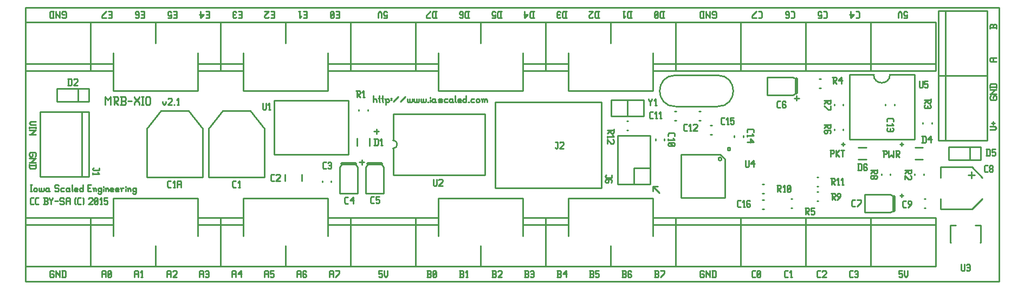
<source format=gbr>
G04 start of page 7 for group -4079 idx -4079 *
G04 Title: (unknown), topsilk *
G04 Creator: pcb 20140316 *
G04 CreationDate: Fri 09 Jan 2015 09:25:45 PM GMT UTC *
G04 For: ndholmes *
G04 Format: Gerber/RS-274X *
G04 PCB-Dimensions (mil): 6000.00 1700.00 *
G04 PCB-Coordinate-Origin: lower left *
%MOIN*%
%FSLAX25Y25*%
%LNTOPSILK*%
%ADD97C,0.0200*%
%ADD96C,0.0100*%
G54D96*X500Y169500D02*Y500D01*
X216500Y94500D02*Y91500D01*
X215000Y93000D02*X218000D01*
X207500Y75500D02*Y72500D01*
X206000Y74000D02*X209000D01*
X599500Y500D02*X500D01*
Y169500D02*X599500D01*
Y500D02*Y169500D01*
X475000Y115000D02*Y112000D01*
X473500Y113500D02*X476500D01*
X432500Y83000D02*Y81500D01*
X434000D01*
Y83000D01*
X432500D01*
X386500Y59000D02*X390500Y55000D01*
X386500Y59000D02*X389500D01*
X386500D02*Y56000D01*
X218000Y7000D02*X220000D01*
X218000D02*Y5000D01*
X218500Y5500D01*
X219500D01*
X220000Y5000D01*
Y3500D01*
X219500Y3000D02*X220000Y3500D01*
X218500Y3000D02*X219500D01*
X218000Y3500D02*X218500Y3000D01*
X221200Y7000D02*Y4000D01*
X222200Y3000D01*
X223200Y4000D01*
Y7000D02*Y4000D01*
X247500Y3000D02*X249500D01*
X250000Y3500D01*
Y4500D02*Y3500D01*
X249500Y5000D02*X250000Y4500D01*
X248000Y5000D02*X249500D01*
X248000Y7000D02*Y3000D01*
X247500Y7000D02*X249500D01*
X250000Y6500D01*
Y5500D01*
X249500Y5000D02*X250000Y5500D01*
X251200Y3500D02*X251700Y3000D01*
X251200Y6500D02*Y3500D01*
Y6500D02*X251700Y7000D01*
X252700D01*
X253200Y6500D01*
Y3500D01*
X252700Y3000D02*X253200Y3500D01*
X251700Y3000D02*X252700D01*
X251200Y4000D02*X253200Y6000D01*
X267500Y3000D02*X269500D01*
X270000Y3500D01*
Y4500D02*Y3500D01*
X269500Y5000D02*X270000Y4500D01*
X268000Y5000D02*X269500D01*
X268000Y7000D02*Y3000D01*
X267500Y7000D02*X269500D01*
X270000Y6500D01*
Y5500D01*
X269500Y5000D02*X270000Y5500D01*
X271700Y3000D02*X272700D01*
X272200Y7000D02*Y3000D01*
X271200Y6000D02*X272200Y7000D01*
X287500Y3000D02*X289500D01*
X290000Y3500D01*
Y4500D02*Y3500D01*
X289500Y5000D02*X290000Y4500D01*
X288000Y5000D02*X289500D01*
X288000Y7000D02*Y3000D01*
X287500Y7000D02*X289500D01*
X290000Y6500D01*
Y5500D01*
X289500Y5000D02*X290000Y5500D01*
X291200Y6500D02*X291700Y7000D01*
X293200D01*
X293700Y6500D01*
Y5500D01*
X291200Y3000D02*X293700Y5500D01*
X291200Y3000D02*X293700D01*
X307500D02*X309500D01*
X310000Y3500D01*
Y4500D02*Y3500D01*
X309500Y5000D02*X310000Y4500D01*
X308000Y5000D02*X309500D01*
X308000Y7000D02*Y3000D01*
X307500Y7000D02*X309500D01*
X310000Y6500D01*
Y5500D01*
X309500Y5000D02*X310000Y5500D01*
X311200Y6500D02*X311700Y7000D01*
X312700D01*
X313200Y6500D01*
Y3500D01*
X312700Y3000D02*X313200Y3500D01*
X311700Y3000D02*X312700D01*
X311200Y3500D02*X311700Y3000D01*
Y5000D02*X313200D01*
X367500Y3000D02*X369500D01*
X370000Y3500D01*
Y4500D02*Y3500D01*
X369500Y5000D02*X370000Y4500D01*
X368000Y5000D02*X369500D01*
X368000Y7000D02*Y3000D01*
X367500Y7000D02*X369500D01*
X370000Y6500D01*
Y5500D01*
X369500Y5000D02*X370000Y5500D01*
X372700Y7000D02*X373200Y6500D01*
X371700Y7000D02*X372700D01*
X371200Y6500D02*X371700Y7000D01*
X371200Y6500D02*Y3500D01*
X371700Y3000D01*
X372700Y5000D02*X373200Y4500D01*
X371200Y5000D02*X372700D01*
X371700Y3000D02*X372700D01*
X373200Y3500D01*
Y4500D02*Y3500D01*
X387500Y3000D02*X389500D01*
X390000Y3500D01*
Y4500D02*Y3500D01*
X389500Y5000D02*X390000Y4500D01*
X388000Y5000D02*X389500D01*
X388000Y7000D02*Y3000D01*
X387500Y7000D02*X389500D01*
X390000Y6500D01*
Y5500D01*
X389500Y5000D02*X390000Y5500D01*
X391200Y3000D02*X393700Y5500D01*
Y7000D02*Y5500D01*
X391200Y7000D02*X393700D01*
X327500Y3000D02*X329500D01*
X330000Y3500D01*
Y4500D02*Y3500D01*
X329500Y5000D02*X330000Y4500D01*
X328000Y5000D02*X329500D01*
X328000Y7000D02*Y3000D01*
X327500Y7000D02*X329500D01*
X330000Y6500D01*
Y5500D01*
X329500Y5000D02*X330000Y5500D01*
X331200Y5000D02*X333200Y7000D01*
X331200Y5000D02*X333700D01*
X333200Y7000D02*Y3000D01*
X347500D02*X349500D01*
X350000Y3500D01*
Y4500D02*Y3500D01*
X349500Y5000D02*X350000Y4500D01*
X348000Y5000D02*X349500D01*
X348000Y7000D02*Y3000D01*
X347500Y7000D02*X349500D01*
X350000Y6500D01*
Y5500D01*
X349500Y5000D02*X350000Y5500D01*
X351200Y7000D02*X353200D01*
X351200D02*Y5000D01*
X351700Y5500D01*
X352700D01*
X353200Y5000D01*
Y3500D01*
X352700Y3000D02*X353200Y3500D01*
X351700Y3000D02*X352700D01*
X351200Y3500D02*X351700Y3000D01*
X417500Y7000D02*X418000Y6500D01*
X416000Y7000D02*X417500D01*
X415500Y6500D02*X416000Y7000D01*
X415500Y6500D02*Y3500D01*
X416000Y3000D01*
X417500D01*
X418000Y3500D01*
Y4500D02*Y3500D01*
X417500Y5000D02*X418000Y4500D01*
X416500Y5000D02*X417500D01*
X419200Y7000D02*Y3000D01*
Y7000D02*Y6500D01*
X421700Y4000D01*
Y7000D02*Y3000D01*
X423400Y7000D02*Y3000D01*
X424900Y7000D02*X425400Y6500D01*
Y3500D01*
X424900Y3000D02*X425400Y3500D01*
X422900Y3000D02*X424900D01*
X422900Y7000D02*X424900D01*
X107500Y6500D02*Y3000D01*
Y6500D02*X108000Y7000D01*
X109500D01*
X110000Y6500D01*
Y3000D01*
X107500Y5000D02*X110000D01*
X111200Y6500D02*X111700Y7000D01*
X112700D01*
X113200Y6500D01*
Y3500D01*
X112700Y3000D02*X113200Y3500D01*
X111700Y3000D02*X112700D01*
X111200Y3500D02*X111700Y3000D01*
Y5000D02*X113200D01*
X167500Y6500D02*Y3000D01*
Y6500D02*X168000Y7000D01*
X169500D01*
X170000Y6500D01*
Y3000D01*
X167500Y5000D02*X170000D01*
X172700Y7000D02*X173200Y6500D01*
X171700Y7000D02*X172700D01*
X171200Y6500D02*X171700Y7000D01*
X171200Y6500D02*Y3500D01*
X171700Y3000D01*
X172700Y5000D02*X173200Y4500D01*
X171200Y5000D02*X172700D01*
X171700Y3000D02*X172700D01*
X173200Y3500D01*
Y4500D02*Y3500D01*
X187500Y6500D02*Y3000D01*
Y6500D02*X188000Y7000D01*
X189500D01*
X190000Y6500D01*
Y3000D01*
X187500Y5000D02*X190000D01*
X191200Y3000D02*X193700Y5500D01*
Y7000D02*Y5500D01*
X191200Y7000D02*X193700D01*
X127500Y6500D02*Y3000D01*
Y6500D02*X128000Y7000D01*
X129500D01*
X130000Y6500D01*
Y3000D01*
X127500Y5000D02*X130000D01*
X131200D02*X133200Y7000D01*
X131200Y5000D02*X133700D01*
X133200Y7000D02*Y3000D01*
X147500Y6500D02*Y3000D01*
Y6500D02*X148000Y7000D01*
X149500D01*
X150000Y6500D01*
Y3000D01*
X147500Y5000D02*X150000D01*
X151200Y7000D02*X153200D01*
X151200D02*Y5000D01*
X151700Y5500D01*
X152700D01*
X153200Y5000D01*
Y3500D01*
X152700Y3000D02*X153200Y3500D01*
X151700Y3000D02*X152700D01*
X151200Y3500D02*X151700Y3000D01*
X87500Y6500D02*Y3000D01*
Y6500D02*X88000Y7000D01*
X89500D01*
X90000Y6500D01*
Y3000D01*
X87500Y5000D02*X90000D01*
X91200Y6500D02*X91700Y7000D01*
X93200D01*
X93700Y6500D01*
Y5500D01*
X91200Y3000D02*X93700Y5500D01*
X91200Y3000D02*X93700D01*
X47500Y6500D02*Y3000D01*
Y6500D02*X48000Y7000D01*
X49500D01*
X50000Y6500D01*
Y3000D01*
X47500Y5000D02*X50000D01*
X51200Y3500D02*X51700Y3000D01*
X51200Y6500D02*Y3500D01*
Y6500D02*X51700Y7000D01*
X52700D01*
X53200Y6500D01*
Y3500D01*
X52700Y3000D02*X53200Y3500D01*
X51700Y3000D02*X52700D01*
X51200Y4000D02*X53200Y6000D01*
X67500Y6500D02*Y3000D01*
Y6500D02*X68000Y7000D01*
X69500D01*
X70000Y6500D01*
Y3000D01*
X67500Y5000D02*X70000D01*
X71700Y3000D02*X72700D01*
X72200Y7000D02*Y3000D01*
X71200Y6000D02*X72200Y7000D01*
X17500D02*X18000Y6500D01*
X16000Y7000D02*X17500D01*
X15500Y6500D02*X16000Y7000D01*
X15500Y6500D02*Y3500D01*
X16000Y3000D01*
X17500D01*
X18000Y3500D01*
Y4500D02*Y3500D01*
X17500Y5000D02*X18000Y4500D01*
X16500Y5000D02*X17500D01*
X19200Y7000D02*Y3000D01*
Y7000D02*Y6500D01*
X21700Y4000D01*
Y7000D02*Y3000D01*
X23400Y7000D02*Y3000D01*
X24900Y7000D02*X25400Y6500D01*
Y3500D01*
X24900Y3000D02*X25400Y3500D01*
X22900Y3000D02*X24900D01*
X22900Y7000D02*X24900D01*
X49500Y114280D02*Y109400D01*
Y114280D02*X51330Y112450D01*
X53160Y114280D01*
Y109400D01*
X54624Y114280D02*X57064D01*
X57674Y113670D01*
Y112450D01*
X57064Y111840D02*X57674Y112450D01*
X55234Y111840D02*X57064D01*
X55234Y114280D02*Y109400D01*
Y111840D02*X57674Y109400D01*
X59138D02*X61578D01*
X62188Y110010D01*
Y111230D02*Y110010D01*
X61578Y111840D02*X62188Y111230D01*
X59748Y111840D02*X61578D01*
X59748Y114280D02*Y109400D01*
X59138Y114280D02*X61578D01*
X62188Y113670D01*
Y112450D01*
X61578Y111840D02*X62188Y112450D01*
X63652Y111840D02*X66092D01*
X67556Y114280D02*Y113670D01*
X70606Y110620D01*
Y109400D01*
X67556Y110620D02*Y109400D01*
Y110620D02*X70606Y113670D01*
Y114280D02*Y113670D01*
X72070Y114280D02*X73290D01*
X72680D02*Y109400D01*
X72070D02*X73290D01*
X74754Y113670D02*Y110010D01*
Y113670D02*X75364Y114280D01*
X76584D01*
X77194Y113670D01*
Y110010D01*
X76584Y109400D02*X77194Y110010D01*
X75364Y109400D02*X76584D01*
X74754Y110010D02*X75364Y109400D01*
X85000Y111500D02*Y110500D01*
X86000Y109500D01*
X87000Y110500D01*
Y111500D02*Y110500D01*
X88200Y113000D02*X88700Y113500D01*
X90200D01*
X90700Y113000D01*
Y112000D01*
X88200Y109500D02*X90700Y112000D01*
X88200Y109500D02*X90700D01*
X91900D02*X92400D01*
X94100D02*X95100D01*
X94600Y113500D02*Y109500D01*
X93600Y112500D02*X94600Y113500D01*
X214500Y115000D02*Y111000D01*
Y112500D02*X215000Y113000D01*
X216000D01*
X216500Y112500D01*
Y111000D01*
X218200Y115000D02*Y111500D01*
X218700Y111000D01*
X217700Y113500D02*X218700D01*
X220200Y115000D02*Y111500D01*
X220700Y111000D01*
X219700Y113500D02*X220700D01*
X222200Y112500D02*Y109500D01*
X221700Y113000D02*X222200Y112500D01*
X222700Y113000D01*
X223700D01*
X224200Y112500D01*
Y111500D01*
X223700Y111000D02*X224200Y111500D01*
X222700Y111000D02*X223700D01*
X222200Y111500D02*X222700Y111000D01*
X225400Y113500D02*X225900D01*
X225400Y112500D02*X225900D01*
X227100Y111500D02*X230100Y114500D01*
X231300Y111500D02*X234300Y114500D01*
X235500Y113000D02*Y111500D01*
X236000Y111000D01*
X236500D01*
X237000Y111500D01*
Y113000D02*Y111500D01*
X237500Y111000D01*
X238000D01*
X238500Y111500D01*
Y113000D02*Y111500D01*
X239700Y113000D02*Y111500D01*
X240200Y111000D01*
X240700D01*
X241200Y111500D01*
Y113000D02*Y111500D01*
X241700Y111000D01*
X242200D01*
X242700Y111500D01*
Y113000D02*Y111500D01*
X243900Y113000D02*Y111500D01*
X244400Y111000D01*
X244900D01*
X245400Y111500D01*
Y113000D02*Y111500D01*
X245900Y111000D01*
X246400D01*
X246900Y111500D01*
Y113000D02*Y111500D01*
X248100Y111000D02*X248600D01*
X249800Y114000D02*Y113500D01*
Y112500D02*Y111000D01*
X252300Y113000D02*X252800Y112500D01*
X251300Y113000D02*X252300D01*
X250800Y112500D02*X251300Y113000D01*
X250800Y112500D02*Y111500D01*
X251300Y111000D01*
X252800Y113000D02*Y111500D01*
X253300Y111000D01*
X251300D02*X252300D01*
X252800Y111500D01*
X255000Y111000D02*X256500D01*
X257000Y111500D01*
X256500Y112000D02*X257000Y111500D01*
X255000Y112000D02*X256500D01*
X254500Y112500D02*X255000Y112000D01*
X254500Y112500D02*X255000Y113000D01*
X256500D01*
X257000Y112500D01*
X254500Y111500D02*X255000Y111000D01*
X258700Y113000D02*X260200D01*
X258200Y112500D02*X258700Y113000D01*
X258200Y112500D02*Y111500D01*
X258700Y111000D01*
X260200D01*
X262900Y113000D02*X263400Y112500D01*
X261900Y113000D02*X262900D01*
X261400Y112500D02*X261900Y113000D01*
X261400Y112500D02*Y111500D01*
X261900Y111000D01*
X263400Y113000D02*Y111500D01*
X263900Y111000D01*
X261900D02*X262900D01*
X263400Y111500D01*
X265100Y115000D02*Y111500D01*
X265600Y111000D01*
X267100D02*X268600D01*
X266600Y111500D02*X267100Y111000D01*
X266600Y112500D02*Y111500D01*
Y112500D02*X267100Y113000D01*
X268100D01*
X268600Y112500D01*
X266600Y112000D02*X268600D01*
Y112500D02*Y112000D01*
X271800Y115000D02*Y111000D01*
X271300D02*X271800Y111500D01*
X270300Y111000D02*X271300D01*
X269800Y111500D02*X270300Y111000D01*
X269800Y112500D02*Y111500D01*
Y112500D02*X270300Y113000D01*
X271300D01*
X271800Y112500D01*
X273000Y111000D02*X273500D01*
X275200Y113000D02*X276700D01*
X274700Y112500D02*X275200Y113000D01*
X274700Y112500D02*Y111500D01*
X275200Y111000D01*
X276700D01*
X277900Y112500D02*Y111500D01*
Y112500D02*X278400Y113000D01*
X279400D01*
X279900Y112500D01*
Y111500D01*
X279400Y111000D02*X279900Y111500D01*
X278400Y111000D02*X279400D01*
X277900Y111500D02*X278400Y111000D01*
X281600Y112500D02*Y111000D01*
Y112500D02*X282100Y113000D01*
X282600D01*
X283100Y112500D01*
Y111000D01*
Y112500D02*X283600Y113000D01*
X284100D01*
X284600Y112500D01*
Y111000D01*
X281100Y113000D02*X281600Y112500D01*
X7000Y78000D02*X6500Y77500D01*
X7000Y79500D02*Y78000D01*
X6500Y80000D02*X7000Y79500D01*
X3500Y80000D02*X6500D01*
X3500D02*X3000Y79500D01*
Y78000D01*
X3500Y77500D01*
X4500D01*
X5000Y78000D02*X4500Y77500D01*
X5000Y79000D02*Y78000D01*
X3000Y76300D02*X7000D01*
X6500D02*X7000D01*
X6500D02*X4000Y73800D01*
X3000D02*X7000D01*
X3000Y72100D02*X7000D01*
Y70600D02*X6500Y70100D01*
X3500D02*X6500D01*
X3000Y70600D02*X3500Y70100D01*
X3000Y72600D02*Y70600D01*
X7000Y72600D02*Y70600D01*
X3500Y60000D02*X4500D01*
X4000D02*Y56000D01*
X3500D02*X4500D01*
X5700Y57500D02*Y56500D01*
Y57500D02*X6200Y58000D01*
X7200D01*
X7700Y57500D01*
Y56500D01*
X7200Y56000D02*X7700Y56500D01*
X6200Y56000D02*X7200D01*
X5700Y56500D02*X6200Y56000D01*
X8900Y58000D02*Y56500D01*
X9400Y56000D01*
X9900D01*
X10400Y56500D01*
Y58000D02*Y56500D01*
X10900Y56000D01*
X11400D01*
X11900Y56500D01*
Y58000D02*Y56500D01*
X14600Y58000D02*X15100Y57500D01*
X13600Y58000D02*X14600D01*
X13100Y57500D02*X13600Y58000D01*
X13100Y57500D02*Y56500D01*
X13600Y56000D01*
X15100Y58000D02*Y56500D01*
X15600Y56000D01*
X13600D02*X14600D01*
X15100Y56500D01*
X20600Y60000D02*X21100Y59500D01*
X19100Y60000D02*X20600D01*
X18600Y59500D02*X19100Y60000D01*
X18600Y59500D02*Y58500D01*
X19100Y58000D01*
X20600D01*
X21100Y57500D01*
Y56500D01*
X20600Y56000D02*X21100Y56500D01*
X19100Y56000D02*X20600D01*
X18600Y56500D02*X19100Y56000D01*
X22800Y58000D02*X24300D01*
X22300Y57500D02*X22800Y58000D01*
X22300Y57500D02*Y56500D01*
X22800Y56000D01*
X24300D01*
X27000Y58000D02*X27500Y57500D01*
X26000Y58000D02*X27000D01*
X25500Y57500D02*X26000Y58000D01*
X25500Y57500D02*Y56500D01*
X26000Y56000D01*
X27500Y58000D02*Y56500D01*
X28000Y56000D01*
X26000D02*X27000D01*
X27500Y56500D01*
X29200Y60000D02*Y56500D01*
X29700Y56000D01*
X31200D02*X32700D01*
X30700Y56500D02*X31200Y56000D01*
X30700Y57500D02*Y56500D01*
Y57500D02*X31200Y58000D01*
X32200D01*
X32700Y57500D01*
X30700Y57000D02*X32700D01*
Y57500D02*Y57000D01*
X35900Y60000D02*Y56000D01*
X35400D02*X35900Y56500D01*
X34400Y56000D02*X35400D01*
X33900Y56500D02*X34400Y56000D01*
X33900Y57500D02*Y56500D01*
Y57500D02*X34400Y58000D01*
X35400D01*
X35900Y57500D01*
X38900Y58000D02*X40400D01*
X38900Y56000D02*X40900D01*
X38900Y60000D02*Y56000D01*
Y60000D02*X40900D01*
X42600Y57500D02*Y56000D01*
Y57500D02*X43100Y58000D01*
X43600D01*
X44100Y57500D01*
Y56000D01*
X42100Y58000D02*X42600Y57500D01*
X46800Y58000D02*X47300Y57500D01*
X45800Y58000D02*X46800D01*
X45300Y57500D02*X45800Y58000D01*
X45300Y57500D02*Y56500D01*
X45800Y56000D01*
X46800D01*
X47300Y56500D01*
X45300Y55000D02*X45800Y54500D01*
X46800D01*
X47300Y55000D01*
Y58000D02*Y55000D01*
X48500Y59000D02*Y58500D01*
Y57500D02*Y56000D01*
X50000Y57500D02*Y56000D01*
Y57500D02*X50500Y58000D01*
X51000D01*
X51500Y57500D01*
Y56000D01*
X49500Y58000D02*X50000Y57500D01*
X53200Y56000D02*X54700D01*
X52700Y56500D02*X53200Y56000D01*
X52700Y57500D02*Y56500D01*
Y57500D02*X53200Y58000D01*
X54200D01*
X54700Y57500D01*
X52700Y57000D02*X54700D01*
Y57500D02*Y57000D01*
X56400Y56000D02*X57900D01*
X55900Y56500D02*X56400Y56000D01*
X55900Y57500D02*Y56500D01*
Y57500D02*X56400Y58000D01*
X57400D01*
X57900Y57500D01*
X55900Y57000D02*X57900D01*
Y57500D02*Y57000D01*
X59600Y57500D02*Y56000D01*
Y57500D02*X60100Y58000D01*
X61100D01*
X59100D02*X59600Y57500D01*
X62300Y59000D02*Y58500D01*
Y57500D02*Y56000D01*
X63800Y57500D02*Y56000D01*
Y57500D02*X64300Y58000D01*
X64800D01*
X65300Y57500D01*
Y56000D01*
X63300Y58000D02*X63800Y57500D01*
X68000Y58000D02*X68500Y57500D01*
X67000Y58000D02*X68000D01*
X66500Y57500D02*X67000Y58000D01*
X66500Y57500D02*Y56500D01*
X67000Y56000D01*
X68000D01*
X68500Y56500D01*
X66500Y55000D02*X67000Y54500D01*
X68000D01*
X68500Y55000D01*
Y58000D02*Y55000D01*
X4000Y48000D02*X5500D01*
X3500Y48500D02*X4000Y48000D01*
X3500Y51500D02*Y48500D01*
Y51500D02*X4000Y52000D01*
X5500D01*
X7200Y48000D02*X8700D01*
X6700Y48500D02*X7200Y48000D01*
X6700Y51500D02*Y48500D01*
Y51500D02*X7200Y52000D01*
X8700D01*
X11700Y48000D02*X13700D01*
X14200Y48500D01*
Y49500D02*Y48500D01*
X13700Y50000D02*X14200Y49500D01*
X12200Y50000D02*X13700D01*
X12200Y52000D02*Y48000D01*
X11700Y52000D02*X13700D01*
X14200Y51500D01*
Y50500D01*
X13700Y50000D02*X14200Y50500D01*
X15400Y52000D02*Y51500D01*
X16400Y50500D01*
X17400Y51500D01*
Y52000D02*Y51500D01*
X16400Y50500D02*Y48000D01*
X18600Y50000D02*X20600D01*
X23800Y52000D02*X24300Y51500D01*
X22300Y52000D02*X23800D01*
X21800Y51500D02*X22300Y52000D01*
X21800Y51500D02*Y50500D01*
X22300Y50000D01*
X23800D01*
X24300Y49500D01*
Y48500D01*
X23800Y48000D02*X24300Y48500D01*
X22300Y48000D02*X23800D01*
X21800Y48500D02*X22300Y48000D01*
X25500Y51500D02*Y48000D01*
Y51500D02*X26000Y52000D01*
X27500D01*
X28000Y51500D01*
Y48000D01*
X25500Y50000D02*X28000D01*
X31000Y48500D02*X31500Y48000D01*
X31000Y51500D02*X31500Y52000D01*
X31000Y51500D02*Y48500D01*
X33200Y48000D02*X34700D01*
X32700Y48500D02*X33200Y48000D01*
X32700Y51500D02*Y48500D01*
Y51500D02*X33200Y52000D01*
X34700D01*
X35900D02*X36400Y51500D01*
Y48500D01*
X35900Y48000D02*X36400Y48500D01*
X39400Y51500D02*X39900Y52000D01*
X41400D01*
X41900Y51500D01*
Y50500D01*
X39400Y48000D02*X41900Y50500D01*
X39400Y48000D02*X41900D01*
X43100Y48500D02*X43600Y48000D01*
X43100Y51500D02*Y48500D01*
Y51500D02*X43600Y52000D01*
X44600D01*
X45100Y51500D01*
Y48500D01*
X44600Y48000D02*X45100Y48500D01*
X43600Y48000D02*X44600D01*
X43100Y49000D02*X45100Y51000D01*
X46800Y48000D02*X47800D01*
X47300Y52000D02*Y48000D01*
X46300Y51000D02*X47300Y52000D01*
X49000D02*X51000D01*
X49000D02*Y50000D01*
X49500Y50500D01*
X50500D01*
X51000Y50000D01*
Y48500D01*
X50500Y48000D02*X51000Y48500D01*
X49500Y48000D02*X50500D01*
X49000Y48500D02*X49500Y48000D01*
X4000Y99000D02*X7000D01*
X4000D02*X3000Y98000D01*
X4000Y97000D01*
X7000D01*
Y95800D02*Y94800D01*
X3000Y95300D02*X7000D01*
X3000Y95800D02*Y94800D01*
Y93600D02*X7000D01*
X6500D02*X7000D01*
X6500D02*X4000Y91100D01*
X3000D02*X7000D01*
X333000Y167000D02*Y163000D01*
X331500D02*X331000Y163500D01*
Y166500D02*Y163500D01*
X331500Y167000D02*X331000Y166500D01*
X331500Y167000D02*X333500D01*
X331500Y163000D02*X333500D01*
X329800Y163500D02*X329300Y163000D01*
X328300D02*X329300D01*
X328300D02*X327800Y163500D01*
Y166500D02*Y163500D01*
X328300Y167000D02*X327800Y166500D01*
X328300Y167000D02*X329300D01*
X329800Y166500D02*X329300Y167000D01*
X327800Y165000D02*X329300D01*
X273000Y167000D02*Y163000D01*
X271500D02*X271000Y163500D01*
Y166500D02*Y163500D01*
X271500Y167000D02*X271000Y166500D01*
X271500Y167000D02*X273500D01*
X271500Y163000D02*X273500D01*
X268300D02*X267800Y163500D01*
X268300Y163000D02*X269300D01*
X269800Y163500D02*X269300Y163000D01*
X269800Y166500D02*Y163500D01*
Y166500D02*X269300Y167000D01*
X268300Y165000D02*X267800Y165500D01*
X268300Y165000D02*X269800D01*
X268300Y167000D02*X269300D01*
X268300D02*X267800Y166500D01*
Y165500D01*
X253000Y167000D02*Y163000D01*
X251500D02*X251000Y163500D01*
Y166500D02*Y163500D01*
X251500Y167000D02*X251000Y166500D01*
X251500Y167000D02*X253500D01*
X251500Y163000D02*X253500D01*
X249800Y167000D02*X247300Y164500D01*
Y163000D01*
X249800D01*
X313000Y167000D02*Y163000D01*
X311500D02*X311000Y163500D01*
Y166500D02*Y163500D01*
X311500Y167000D02*X311000Y166500D01*
X311500Y167000D02*X313500D01*
X311500Y163000D02*X313500D01*
X309800Y165000D02*X307800Y163000D01*
X307300Y165000D02*X309800D01*
X307800Y167000D02*Y163000D01*
X293000Y167000D02*Y163000D01*
X291500D02*X291000Y163500D01*
Y166500D02*Y163500D01*
X291500Y167000D02*X291000Y166500D01*
X291500Y167000D02*X293500D01*
X291500Y163000D02*X293500D01*
X287800D02*X289800D01*
Y165000D02*Y163000D01*
Y165000D02*X289300Y164500D01*
X288300D02*X289300D01*
X288300D02*X287800Y165000D01*
Y166500D02*Y165000D01*
X288300Y167000D02*X287800Y166500D01*
X288300Y167000D02*X289300D01*
X289800Y166500D02*X289300Y167000D01*
X152000Y165000D02*X153500D01*
X151500Y167000D02*X153500D01*
Y163000D01*
X151500D02*X153500D01*
X150300Y163500D02*X149800Y163000D01*
X148300D02*X149800D01*
X148300D02*X147800Y163500D01*
Y164500D02*Y163500D01*
X150300Y167000D02*X147800Y164500D01*
Y167000D02*X150300D01*
X192000Y165000D02*X193500D01*
X191500Y167000D02*X193500D01*
Y163000D01*
X191500D02*X193500D01*
X190300Y166500D02*X189800Y167000D01*
X190300Y166500D02*Y163500D01*
X189800Y163000D01*
X188800D02*X189800D01*
X188800D02*X188300Y163500D01*
Y166500D02*Y163500D01*
X188800Y167000D02*X188300Y166500D01*
X188800Y167000D02*X189800D01*
X190300Y166000D02*X188300Y164000D01*
X172000Y165000D02*X173500D01*
X171500Y167000D02*X173500D01*
Y163000D01*
X171500D02*X173500D01*
X168800Y167000D02*X169800D01*
X169300D02*Y163000D01*
X170300Y164000D02*X169300Y163000D01*
X132000Y165000D02*X133500D01*
X131500Y167000D02*X133500D01*
Y163000D01*
X131500D02*X133500D01*
X130300Y163500D02*X129800Y163000D01*
X128800D02*X129800D01*
X128800D02*X128300Y163500D01*
Y166500D02*Y163500D01*
X128800Y167000D02*X128300Y166500D01*
X128800Y167000D02*X129800D01*
X130300Y166500D02*X129800Y167000D01*
X128300Y165000D02*X129800D01*
X72000D02*X73500D01*
X71500Y167000D02*X73500D01*
Y163000D01*
X71500D02*X73500D01*
X68800D02*X68300Y163500D01*
X68800Y163000D02*X69800D01*
X70300Y163500D02*X69800Y163000D01*
X70300Y166500D02*Y163500D01*
Y166500D02*X69800Y167000D01*
X68800Y165000D02*X68300Y165500D01*
X68800Y165000D02*X70300D01*
X68800Y167000D02*X69800D01*
X68800D02*X68300Y166500D01*
Y165500D01*
X52000Y165000D02*X53500D01*
X51500Y167000D02*X53500D01*
Y163000D01*
X51500D02*X53500D01*
X50300Y167000D02*X47800Y164500D01*
Y163000D01*
X50300D01*
X112000Y165000D02*X113500D01*
X111500Y167000D02*X113500D01*
Y163000D01*
X111500D02*X113500D01*
X110300Y165000D02*X108300Y163000D01*
X107800Y165000D02*X110300D01*
X108300Y167000D02*Y163000D01*
X92000Y165000D02*X93500D01*
X91500Y167000D02*X93500D01*
Y163000D01*
X91500D02*X93500D01*
X88300D02*X90300D01*
Y165000D02*Y163000D01*
Y165000D02*X89800Y164500D01*
X88800D02*X89800D01*
X88800D02*X88300Y165000D01*
Y166500D02*Y165000D01*
X88800Y167000D02*X88300Y166500D01*
X88800Y167000D02*X89800D01*
X90300Y166500D02*X89800Y167000D01*
X23500Y163000D02*X23000Y163500D01*
X23500Y163000D02*X25000D01*
X25500Y163500D02*X25000Y163000D01*
X25500Y166500D02*Y163500D01*
Y166500D02*X25000Y167000D01*
X23500D02*X25000D01*
X23500D02*X23000Y166500D01*
Y165500D01*
X23500Y165000D02*X23000Y165500D01*
X23500Y165000D02*X24500D01*
X21800Y167000D02*Y163000D01*
Y163500D02*Y163000D01*
Y163500D02*X19300Y166000D01*
Y167000D02*Y163000D01*
X17600Y167000D02*Y163000D01*
X16100D02*X15600Y163500D01*
Y166500D02*Y163500D01*
X16100Y167000D02*X15600Y166500D01*
X16100Y167000D02*X18100D01*
X16100Y163000D02*X18100D01*
X221000D02*X223000D01*
Y165000D02*Y163000D01*
Y165000D02*X222500Y164500D01*
X221500D02*X222500D01*
X221500D02*X221000Y165000D01*
Y166500D02*Y165000D01*
X221500Y167000D02*X221000Y166500D01*
X221500Y167000D02*X222500D01*
X223000Y166500D02*X222500Y167000D01*
X219800Y166000D02*Y163000D01*
Y166000D02*X218800Y167000D01*
X217800Y166000D01*
Y163000D01*
X353000Y167000D02*Y163000D01*
X351500D02*X351000Y163500D01*
Y166500D02*Y163500D01*
X351500Y167000D02*X351000Y166500D01*
X351500Y167000D02*X353500D01*
X351500Y163000D02*X353500D01*
X349800Y163500D02*X349300Y163000D01*
X347800D02*X349300D01*
X347800D02*X347300Y163500D01*
Y164500D02*Y163500D01*
X349800Y167000D02*X347300Y164500D01*
Y167000D02*X349800D01*
X393000D02*Y163000D01*
X391500D02*X391000Y163500D01*
Y166500D02*Y163500D01*
X391500Y167000D02*X391000Y166500D01*
X391500Y167000D02*X393500D01*
X391500Y163000D02*X393500D01*
X389800Y166500D02*X389300Y167000D01*
X389800Y166500D02*Y163500D01*
X389300Y163000D01*
X388300D02*X389300D01*
X388300D02*X387800Y163500D01*
Y166500D02*Y163500D01*
X388300Y167000D02*X387800Y166500D01*
X388300Y167000D02*X389300D01*
X389800Y166000D02*X387800Y164000D01*
X373000Y167000D02*Y163000D01*
X371500D02*X371000Y163500D01*
Y166500D02*Y163500D01*
X371500Y167000D02*X371000Y166500D01*
X371500Y167000D02*X373500D01*
X371500Y163000D02*X373500D01*
X368300Y167000D02*X369300D01*
X368800D02*Y163000D01*
X369800Y164000D02*X368800Y163000D01*
X423500D02*X423000Y163500D01*
X423500Y163000D02*X425000D01*
X425500Y163500D02*X425000Y163000D01*
X425500Y166500D02*Y163500D01*
Y166500D02*X425000Y167000D01*
X423500D02*X425000D01*
X423500D02*X423000Y166500D01*
Y165500D01*
X423500Y165000D02*X423000Y165500D01*
X423500Y165000D02*X424500D01*
X421800Y167000D02*Y163000D01*
Y163500D02*Y163000D01*
Y163500D02*X419300Y166000D01*
Y167000D02*Y163000D01*
X417600Y167000D02*Y163000D01*
X416100D02*X415600Y163500D01*
Y166500D02*Y163500D01*
X416100Y167000D02*X415600Y166500D01*
X416100Y167000D02*X418100D01*
X416100Y163000D02*X418100D01*
X471500Y167000D02*X473000D01*
X473500Y166500D02*X473000Y167000D01*
X473500Y166500D02*Y163500D01*
X473000Y163000D01*
X471500D02*X473000D01*
X468800D02*X468300Y163500D01*
X468800Y163000D02*X469800D01*
X470300Y163500D02*X469800Y163000D01*
X470300Y166500D02*Y163500D01*
Y166500D02*X469800Y167000D01*
X468800Y165000D02*X468300Y165500D01*
X468800Y165000D02*X470300D01*
X468800Y167000D02*X469800D01*
X468800D02*X468300Y166500D01*
Y165500D01*
X451500Y167000D02*X453000D01*
X453500Y166500D02*X453000Y167000D01*
X453500Y166500D02*Y163500D01*
X453000Y163000D01*
X451500D02*X453000D01*
X450300Y167000D02*X447800Y164500D01*
Y163000D01*
X450300D01*
X491500Y167000D02*X493000D01*
X493500Y166500D02*X493000Y167000D01*
X493500Y166500D02*Y163500D01*
X493000Y163000D01*
X491500D02*X493000D01*
X488300D02*X490300D01*
Y165000D02*Y163000D01*
Y165000D02*X489800Y164500D01*
X488800D02*X489800D01*
X488800D02*X488300Y165000D01*
Y166500D02*Y165000D01*
X488800Y167000D02*X488300Y166500D01*
X488800Y167000D02*X489800D01*
X490300Y166500D02*X489800Y167000D01*
X511500D02*X513000D01*
X513500Y166500D02*X513000Y167000D01*
X513500Y166500D02*Y163500D01*
X513000Y163000D01*
X511500D02*X513000D01*
X510300Y165000D02*X508300Y163000D01*
X507800Y165000D02*X510300D01*
X508300Y167000D02*Y163000D01*
X541000D02*X543000D01*
Y165000D02*Y163000D01*
Y165000D02*X542500Y164500D01*
X541500D02*X542500D01*
X541500D02*X541000Y165000D01*
Y166500D02*Y165000D01*
X541500Y167000D02*X541000Y166500D01*
X541500Y167000D02*X542500D01*
X543000Y166500D02*X542500Y167000D01*
X539800Y166000D02*Y163000D01*
Y166000D02*X538800Y167000D01*
X537800Y166000D01*
Y163000D01*
X598000Y158500D02*Y156500D01*
Y158500D02*X597500Y159000D01*
X596500D02*X597500D01*
X596000Y158500D02*X596500Y159000D01*
X596000Y158500D02*Y157000D01*
X594000D02*X598000D01*
X594000Y158500D02*Y156500D01*
Y158500D02*X594500Y159000D01*
X595500D01*
X596000Y158500D02*X595500Y159000D01*
X488000Y3000D02*X489500D01*
X487500Y3500D02*X488000Y3000D01*
X487500Y6500D02*Y3500D01*
Y6500D02*X488000Y7000D01*
X489500D01*
X490700Y6500D02*X491200Y7000D01*
X492700D01*
X493200Y6500D01*
Y5500D01*
X490700Y3000D02*X493200Y5500D01*
X490700Y3000D02*X493200D01*
X508000D02*X509500D01*
X507500Y3500D02*X508000Y3000D01*
X507500Y6500D02*Y3500D01*
Y6500D02*X508000Y7000D01*
X509500D01*
X510700Y6500D02*X511200Y7000D01*
X512200D01*
X512700Y6500D01*
Y3500D01*
X512200Y3000D02*X512700Y3500D01*
X511200Y3000D02*X512200D01*
X510700Y3500D02*X511200Y3000D01*
Y5000D02*X512700D01*
X538000Y7000D02*X540000D01*
X538000D02*Y5000D01*
X538500Y5500D01*
X539500D01*
X540000Y5000D01*
Y3500D01*
X539500Y3000D02*X540000Y3500D01*
X538500Y3000D02*X539500D01*
X538000Y3500D02*X538500Y3000D01*
X541200Y7000D02*Y4000D01*
X542200Y3000D01*
X543200Y4000D01*
Y7000D02*Y4000D01*
X448000Y3000D02*X449500D01*
X447500Y3500D02*X448000Y3000D01*
X447500Y6500D02*Y3500D01*
Y6500D02*X448000Y7000D01*
X449500D01*
X450700Y3500D02*X451200Y3000D01*
X450700Y6500D02*Y3500D01*
Y6500D02*X451200Y7000D01*
X452200D01*
X452700Y6500D01*
Y3500D01*
X452200Y3000D02*X452700Y3500D01*
X451200Y3000D02*X452200D01*
X450700Y4000D02*X452700Y6000D01*
X468000Y3000D02*X469500D01*
X467500Y3500D02*X468000Y3000D01*
X467500Y6500D02*Y3500D01*
Y6500D02*X468000Y7000D01*
X469500D01*
X471200Y3000D02*X472200D01*
X471700Y7000D02*Y3000D01*
X470700Y6000D02*X471700Y7000D01*
X594000Y94000D02*X597000D01*
X598000Y95000D01*
X597000Y96000D01*
X594000D02*X597000D01*
X596000Y99200D02*Y97200D01*
X595000Y98200D02*X597000D01*
X594000Y114500D02*X594500Y115000D01*
X594000Y114500D02*Y113000D01*
X594500Y112500D02*X594000Y113000D01*
X594500Y112500D02*X597500D01*
X598000Y113000D01*
Y114500D02*Y113000D01*
Y114500D02*X597500Y115000D01*
X596500D02*X597500D01*
X596000Y114500D02*X596500Y115000D01*
X596000Y114500D02*Y113500D01*
X594000Y116200D02*X598000D01*
X594000D02*X594500D01*
X597000Y118700D01*
X594000D02*X598000D01*
X594000Y120400D02*X598000D01*
X594000Y121900D02*X594500Y122400D01*
X597500D01*
X598000Y121900D02*X597500Y122400D01*
X598000Y121900D02*Y119900D01*
X594000Y121900D02*Y119900D01*
X594500Y136000D02*X598000D01*
X594500D02*X594000Y136500D01*
Y138000D02*Y136500D01*
Y138000D02*X594500Y138500D01*
X598000D01*
X596000D02*Y136000D01*
X538500Y85000D02*X540500D01*
X539500Y86000D02*Y84000D01*
X528500Y81000D02*Y77000D01*
X528000Y81000D02*X530000D01*
X530500Y80500D01*
Y79500D01*
X530000Y79000D02*X530500Y79500D01*
X528500Y79000D02*X530000D01*
X531700Y81000D02*Y77000D01*
X533200Y78500D01*
X534700Y77000D01*
Y81000D02*Y77000D01*
X535900Y81000D02*X537900D01*
X538400Y80500D01*
Y79500D01*
X537900Y79000D02*X538400Y79500D01*
X536400Y79000D02*X537900D01*
X536400Y81000D02*Y77000D01*
Y79000D02*X538400Y77000D01*
X502500Y85000D02*X504500D01*
X503500Y86000D02*Y84000D01*
X496000Y81500D02*Y77500D01*
X495500Y81500D02*X497500D01*
X498000Y81000D01*
Y80000D01*
X497500Y79500D02*X498000Y80000D01*
X496000Y79500D02*X497500D01*
X499200Y81500D02*Y77500D01*
Y79500D02*X501200Y81500D01*
X499200Y79500D02*X501200Y77500D01*
X502400Y81500D02*X504400D01*
X503400D02*Y77500D01*
X538500Y53500D02*X540500D01*
X539500Y54500D02*Y52500D01*
X440500Y160300D02*X480500D01*
X440500Y130300D02*X480500D01*
X440500Y134700D02*X480500D01*
Y160300D02*Y130300D01*
X440500Y160300D02*Y130300D01*
X400500Y160300D02*X440500D01*
X400500Y130300D02*X440500D01*
X400500Y134700D02*X440500D01*
Y160300D02*Y130300D01*
X400500Y160300D02*Y130300D01*
X436702Y90350D02*Y89564D01*
X442212Y90350D02*Y89564D01*
X454107Y60255D02*X454893D01*
X454107Y54745D02*X454893D01*
X471564Y45745D02*X472350D01*
X471564Y51255D02*X472350D01*
X422150Y91245D02*X422936D01*
X422150Y96755D02*X422936D01*
X430879Y75979D02*Y52121D01*
X404121D02*X430879D01*
X404121Y78879D02*Y52121D01*
Y78879D02*X427979D01*
X430879Y75979D01*
X427979Y76979D02*G75*G03X427979Y76979I0J-1000D01*G01*
X400500Y9700D02*X440500D01*
X400500Y39700D02*X440500D01*
X400500Y35300D02*X440500D01*
X400500Y39700D02*Y9700D01*
X440500Y39700D02*Y9700D01*
X415064Y105255D02*X415850D01*
X415064Y99745D02*X415850D01*
X400150D02*X400936D01*
X400150Y105255D02*X400936D01*
X400508Y127646D02*X426492D01*
X400508Y108354D02*X426492D01*
G75*G03X426492Y127646I0J9646D01*G01*
X400508D02*G75*G03X400508Y108354I0J-9646D01*G01*
G54D97*X475100Y125300D02*Y116700D01*
G54D96*Y125300D02*X472700Y126500D01*
X456900D02*X472700D01*
X456900D02*Y115500D01*
X472700D01*
X475100Y116700D01*
X500Y160300D02*X40500D01*
X500Y130300D02*X40500D01*
X500Y134700D02*X40500D01*
Y160300D02*Y130300D01*
X500Y160300D02*Y130300D01*
X40500Y160300D02*X80500D01*
X40500Y130300D02*X54500D01*
X40500Y134700D02*X54500D01*
X80500Y160300D02*Y147500D01*
X40500Y160300D02*Y130300D01*
X20100Y119500D02*X39800D01*
X20100Y111500D02*X39800D01*
Y119500D02*Y111500D01*
X20100Y119500D02*Y111500D01*
X33000Y119500D02*Y111500D01*
X80500Y160300D02*X120500D01*
X106500Y130300D02*X120500D01*
X106500Y134700D02*X120500D01*
Y160300D02*Y130300D01*
X80500Y160300D02*Y147500D01*
X54500Y118200D02*X106500D01*
Y141500D02*Y118200D01*
X54500Y141500D02*Y118200D01*
X40500Y9700D02*X80500D01*
X40500Y39700D02*X54500D01*
X40500Y35300D02*X54500D01*
X40500Y39700D02*Y9700D01*
X80500Y22500D02*Y9700D01*
X101100Y105600D02*X109800Y94700D01*
Y64800D01*
X75200D02*X109800D01*
X75200Y94700D02*Y64800D01*
Y94700D02*X83900Y105600D01*
X101100D01*
X9700Y105000D02*Y65000D01*
X39700Y105000D02*Y65000D01*
X35300Y105000D02*Y65000D01*
X9700Y105000D02*X39700D01*
X9700Y65000D02*X39700D01*
X500Y9700D02*X40500D01*
X500Y39700D02*X40500D01*
X500Y35300D02*X40500D01*
X500Y39700D02*Y9700D01*
X40500Y39700D02*Y9700D01*
X170814Y66468D02*Y62532D01*
X160186Y66468D02*Y62532D01*
X120500Y160300D02*X160500D01*
X120500Y130300D02*X134500D01*
X120500Y134700D02*X134500D01*
X160500Y160300D02*Y147500D01*
X120500Y160300D02*Y130300D01*
X200500Y160300D02*X240500D01*
X200500Y130300D02*X240500D01*
X200500Y134700D02*X240500D01*
Y160300D02*Y130300D01*
X200500Y160300D02*Y130300D01*
X160500Y160300D02*X200500D01*
X186500Y130300D02*X200500D01*
X186500Y134700D02*X200500D01*
Y160300D02*Y130300D01*
X160500Y160300D02*Y147500D01*
X134500Y118200D02*X186500D01*
Y141500D02*Y118200D01*
X134500Y141500D02*Y118200D01*
X54500Y51800D02*X106500D01*
X54500D02*Y28500D01*
X106500Y51800D02*Y28500D01*
X134500Y51800D02*X186500D01*
X134500D02*Y28500D01*
X186500Y51800D02*Y28500D01*
G54D97*X195200Y73100D02*X203800D01*
G54D96*X195200D02*X194000Y70700D01*
Y54900D01*
X205000D01*
Y70700D02*Y54900D01*
Y70700D02*X203800Y73100D01*
X188755Y62393D02*Y61607D01*
X183245Y62393D02*Y61607D01*
X204760Y88862D02*Y84138D01*
X212240Y88862D02*Y84138D01*
X205745Y106393D02*Y105607D01*
X211255Y106393D02*Y105607D01*
G54D97*X211200Y73100D02*X219800D01*
G54D96*X211200D02*X210000Y70700D01*
Y54900D01*
X221000D01*
Y70700D02*Y54900D01*
Y70700D02*X219800Y73100D01*
X80500Y9700D02*X120500D01*
X106500Y39700D02*X120500D01*
X106500Y35300D02*X120500D01*
X80500Y22500D02*Y9700D01*
X120500Y39700D02*Y9700D01*
X160500D02*X200500D01*
X186500Y39700D02*X200500D01*
X186500Y35300D02*X200500D01*
X160500Y22500D02*Y9700D01*
X200500Y39700D02*Y9700D01*
X240500D01*
X200500Y39700D02*X240500D01*
X200500Y35300D02*X240500D01*
X200500Y39700D02*Y9700D01*
X240500Y39700D02*Y9700D01*
X120500D02*X160500D01*
X120500Y39700D02*X134500D01*
X120500Y35300D02*X134500D01*
X120500Y39700D02*Y9700D01*
X160500Y22500D02*Y9700D01*
X153665Y78626D02*X199335D01*
X153665Y112090D02*X199335D01*
X153665D02*Y78626D01*
X199335Y112090D02*Y78626D01*
X139100Y105600D02*X147800Y94700D01*
Y64800D01*
X113200D02*X147800D01*
X113200Y94700D02*Y64800D01*
Y94700D02*X121900Y105600D01*
X139100D01*
X280500Y9700D02*X320500D01*
X306500Y39700D02*X320500D01*
X306500Y35300D02*X320500D01*
X280500Y22500D02*Y9700D01*
X320500Y39700D02*Y9700D01*
X240500D02*X280500D01*
X240500Y39700D02*X254500D01*
X240500Y35300D02*X254500D01*
X240500Y39700D02*Y9700D01*
X280500Y22500D02*Y9700D01*
X254500Y51800D02*X306500D01*
X254500D02*Y28500D01*
X306500Y51800D02*Y28500D01*
X360500Y9700D02*X400500D01*
X386500Y39700D02*X400500D01*
X386500Y35300D02*X400500D01*
X360500Y22500D02*Y9700D01*
X400500Y39700D02*Y9700D01*
X334500Y51800D02*X386500D01*
X334500D02*Y28500D01*
X386500Y51800D02*Y28500D01*
X320500Y9700D02*X360500D01*
X320500Y39700D02*X334500D01*
X320500Y35300D02*X334500D01*
X320500Y39700D02*Y9700D01*
X360500Y22500D02*Y9700D01*
Y160300D02*X400500D01*
X386500Y130300D02*X400500D01*
X386500Y134700D02*X400500D01*
Y160300D02*Y130300D01*
X360500Y160300D02*Y147500D01*
X240500Y160300D02*X280500D01*
X240500Y130300D02*X254500D01*
X240500Y134700D02*X254500D01*
X280500Y160300D02*Y147500D01*
X240500Y160300D02*Y130300D01*
X320500Y160300D02*X360500D01*
X320500Y130300D02*X334500D01*
X320500Y134700D02*X334500D01*
X360500Y160300D02*Y147500D01*
X320500Y160300D02*Y130300D01*
X280500Y160300D02*X320500D01*
X306500Y130300D02*X320500D01*
X306500Y134700D02*X320500D01*
Y160300D02*Y130300D01*
X280500Y160300D02*Y147500D01*
X334500Y118200D02*X386500D01*
Y141500D02*Y118200D01*
X334500Y141500D02*Y118200D01*
X254500D02*X306500D01*
Y141500D02*Y118200D01*
X254500Y141500D02*Y118200D01*
X226835Y103913D02*Y87500D01*
Y82500D02*Y66087D01*
Y103913D02*X283165D01*
Y66087D01*
X226835D02*X283165D01*
X226835Y82500D02*G75*G03X226835Y87500I0J2500D01*G01*
X371000Y102500D02*X381000D01*
X371000Y112500D02*Y102500D01*
X381000Y112500D02*Y102500D01*
X361000D02*X381000D01*
X361000Y112500D02*Y102500D01*
Y112500D02*X381000D01*
X370607Y99255D02*X371393D01*
X370607Y93745D02*X371393D01*
X385000Y90500D02*Y60500D01*
X365000Y90500D02*X385000D01*
X365000D02*Y60500D01*
X385000D01*
X375000Y70500D02*X385000D01*
X375000D02*Y60500D01*
X388245Y88350D02*Y87564D01*
X393755Y88350D02*Y87564D01*
X355000Y111000D02*Y58000D01*
X289500Y111000D02*Y58000D01*
X355000D01*
X289500Y111000D02*X355000D01*
X480500Y160300D02*X520500D01*
X480500Y130300D02*X520500D01*
X480500Y134700D02*X520500D01*
Y160300D02*Y130300D01*
X480500Y160300D02*Y130300D01*
X592300Y167500D02*Y127500D01*
X562300Y167500D02*Y127500D01*
X566700Y167500D02*Y127500D01*
X562300D02*X592300D01*
X562300Y167500D02*X592300D01*
X558255Y98393D02*Y97607D01*
X552745Y98393D02*Y97607D01*
X520500Y160300D02*X560500D01*
X520500Y130300D02*X560500D01*
X520500Y134700D02*X560500D01*
Y160300D02*Y130300D01*
X520500Y160300D02*Y130300D01*
X503755Y109893D02*Y109107D01*
X498245Y109893D02*Y109107D01*
X592300Y127500D02*Y87500D01*
X562300Y127500D02*Y87500D01*
X566700Y127500D02*Y87500D01*
X562300D02*X592300D01*
X562300Y127500D02*X592300D01*
X507500Y128000D02*Y88000D01*
X547500D01*
Y128000D02*Y88000D01*
X507500Y128000D02*X522500D01*
X532500D02*X547500D01*
X522500D02*G75*G03X532500Y128000I5000J0D01*G01*
X535255Y109893D02*Y109107D01*
X529745Y109893D02*Y109107D01*
X503755Y94393D02*Y93607D01*
X498245Y94393D02*Y93607D01*
X489107Y125255D02*X489893D01*
X489107Y119745D02*X489893D01*
X480500Y9700D02*X520500D01*
X480500Y39700D02*X520500D01*
X480500Y35300D02*X520500D01*
X480500Y39700D02*Y9700D01*
X520500Y39700D02*Y9700D01*
X440500D02*X480500D01*
X440500Y39700D02*X480500D01*
X440500Y35300D02*X480500D01*
X440500Y39700D02*Y9700D01*
X480500Y39700D02*Y9700D01*
X487607Y55755D02*X488393D01*
X487607Y50245D02*X488393D01*
X553650Y51255D02*X554436D01*
X553650Y45745D02*X554436D01*
X520500Y9700D02*X560500D01*
X520500Y39700D02*X560500D01*
X520500Y35300D02*X560500D01*
X520500Y39700D02*Y9700D01*
X560500Y39700D02*Y9700D01*
X569750Y35150D02*Y24520D01*
X588250Y35150D02*Y24520D01*
X569750Y35150D02*X573000D01*
X585000D02*X588250D01*
X569750Y24520D02*X569929D01*
X588071D02*X588250D01*
X532700Y43000D02*X535100Y44200D01*
X516900Y43000D02*X532700D01*
X516900Y54000D02*Y43000D01*
Y54000D02*X532700D01*
X535100Y52800D02*X532700Y54000D01*
G54D97*X535100Y52800D02*Y44200D01*
G54D96*X532755Y66893D02*Y66107D01*
X527245Y66893D02*Y66107D01*
X548043Y75760D02*X552767D01*
X548043Y83240D02*X552767D01*
X563508Y70992D02*Y64496D01*
Y51504D02*Y45008D01*
X582996D01*
X563508Y70992D02*X582996D01*
Y45008D02*X589492Y51504D01*
X582996Y70992D02*X589492Y64496D01*
X582500Y68000D02*Y64000D01*
X580500Y66000D02*X584500D01*
X568600Y83500D02*X588300D01*
X568600Y75500D02*X588300D01*
Y83500D02*Y75500D01*
X568600Y83500D02*Y75500D01*
X581500Y83500D02*Y75500D01*
X553255Y66893D02*Y66107D01*
X547745Y66893D02*Y66107D01*
X454107Y50755D02*X454893D01*
X454107Y45245D02*X454893D01*
X513138Y75760D02*X517862D01*
X513138Y83240D02*X517862D01*
X487607Y64755D02*X488393D01*
X487607Y59245D02*X488393D01*
X197500Y48500D02*X199000D01*
X197000Y49000D02*X197500Y48500D01*
X197000Y52000D02*Y49000D01*
Y52000D02*X197500Y52500D01*
X199000D01*
X200200Y50500D02*X202200Y52500D01*
X200200Y50500D02*X202700D01*
X202200Y52500D02*Y48500D01*
X184000Y70000D02*X185500D01*
X183500Y70500D02*X184000Y70000D01*
X183500Y73500D02*Y70500D01*
Y73500D02*X184000Y74000D01*
X185500D01*
X186700Y73500D02*X187200Y74000D01*
X188200D01*
X188700Y73500D01*
Y70500D01*
X188200Y70000D02*X188700Y70500D01*
X187200Y70000D02*X188200D01*
X186700Y70500D02*X187200Y70000D01*
Y72000D02*X188700D01*
X215500Y88500D02*Y84500D01*
X217000Y88500D02*X217500Y88000D01*
Y85000D01*
X217000Y84500D02*X217500Y85000D01*
X215000Y84500D02*X217000D01*
X215000Y88500D02*X217000D01*
X219200Y84500D02*X220200D01*
X219700Y88500D02*Y84500D01*
X218700Y87500D02*X219700Y88500D01*
X204000Y118000D02*X206000D01*
X206500Y117500D01*
Y116500D01*
X206000Y116000D02*X206500Y116500D01*
X204500Y116000D02*X206000D01*
X204500Y118000D02*Y114000D01*
Y116000D02*X206500Y114000D01*
X208200D02*X209200D01*
X208700Y118000D02*Y114000D01*
X207700Y117000D02*X208700Y118000D01*
X213500Y48600D02*X215000D01*
X213000Y49100D02*X213500Y48600D01*
X213000Y52100D02*Y49100D01*
Y52100D02*X213500Y52600D01*
X215000D01*
X216200D02*X218200D01*
X216200D02*Y50600D01*
X216700Y51100D01*
X217700D01*
X218200Y50600D01*
Y49100D01*
X217700Y48600D02*X218200Y49100D01*
X216700Y48600D02*X217700D01*
X216200Y49100D02*X216700Y48600D01*
X251500Y63500D02*Y60000D01*
X252000Y59500D01*
X253000D01*
X253500Y60000D01*
Y63500D02*Y60000D01*
X254700Y63000D02*X255200Y63500D01*
X256700D01*
X257200Y63000D01*
Y62000D01*
X254700Y59500D02*X257200Y62000D01*
X254700Y59500D02*X257200D01*
X362500Y94405D02*Y92405D01*
X362000Y91905D01*
X361000D02*X362000D01*
X360500Y92405D02*X361000Y91905D01*
X360500Y93905D02*Y92405D01*
X358500Y93905D02*X362500D01*
X360500D02*X358500Y91905D01*
Y90205D02*Y89205D01*
Y89705D02*X362500D01*
X361500Y90705D02*X362500Y89705D01*
X362000Y88005D02*X362500Y87505D01*
Y86005D01*
X362000Y85505D01*
X361000D02*X362000D01*
X358500Y88005D02*X361000Y85505D01*
X358500Y88005D02*Y85505D01*
X326500Y86500D02*X328000D01*
Y83000D01*
X327500Y82500D02*X328000Y83000D01*
X327000Y82500D02*X327500D01*
X326500Y83000D02*X327000Y82500D01*
X329200Y86000D02*X329700Y86500D01*
X331200D01*
X331700Y86000D01*
Y85000D01*
X329200Y82500D02*X331700Y85000D01*
X329200Y82500D02*X331700D01*
X361405Y66000D02*Y64500D01*
X357905D02*X361405D01*
X357405Y65000D02*X357905Y64500D01*
X357405Y65500D02*Y65000D01*
X357905Y66000D02*X357405Y65500D01*
X361405Y61800D02*X360905Y61300D01*
X361405Y62800D02*Y61800D01*
X360905Y63300D02*X361405Y62800D01*
X357905Y63300D02*X360905D01*
X357905D02*X357405Y62800D01*
X359405Y61800D02*X358905Y61300D01*
X359405Y63300D02*Y61800D01*
X357405Y62800D02*Y61800D01*
X357905Y61300D01*
X358905D01*
X27000Y125500D02*Y121500D01*
X28500Y125500D02*X29000Y125000D01*
Y122000D01*
X28500Y121500D02*X29000Y122000D01*
X26500Y121500D02*X28500D01*
X26500Y125500D02*X28500D01*
X30200Y125000D02*X30700Y125500D01*
X32200D01*
X32700Y125000D01*
Y124000D01*
X30200Y121500D02*X32700Y124000D01*
X30200Y121500D02*X32700D01*
X146500Y110500D02*Y107000D01*
X147000Y106500D01*
X148000D01*
X148500Y107000D01*
Y110500D02*Y107000D01*
X150200Y106500D02*X151200D01*
X150700Y110500D02*Y106500D01*
X149700Y109500D02*X150700Y110500D01*
X88500Y58500D02*X90000D01*
X88000Y59000D02*X88500Y58500D01*
X88000Y62000D02*Y59000D01*
Y62000D02*X88500Y62500D01*
X90000D01*
X91700Y58500D02*X92700D01*
X92200Y62500D02*Y58500D01*
X91200Y61500D02*X92200Y62500D01*
X93900Y62000D02*Y58500D01*
Y62000D02*X94400Y62500D01*
X95900D01*
X96400Y62000D01*
Y58500D01*
X93900Y60500D02*X96400D01*
X128500Y58500D02*X130000D01*
X128000Y59000D02*X128500Y58500D01*
X128000Y62000D02*Y59000D01*
Y62000D02*X128500Y62500D01*
X130000D01*
X131700Y58500D02*X132700D01*
X132200Y62500D02*Y58500D01*
X131200Y61500D02*X132200Y62500D01*
X46000Y70500D02*Y69000D01*
X42500D02*X46000D01*
X42000Y69500D02*X42500Y69000D01*
X42000Y70000D02*Y69500D01*
X42500Y70500D02*X42000Y70000D01*
Y67300D02*Y66300D01*
Y66800D02*X46000D01*
X45000Y67800D02*X46000Y66800D01*
X152000Y62500D02*X153500D01*
X151500Y63000D02*X152000Y62500D01*
X151500Y66000D02*Y63000D01*
Y66000D02*X152000Y66500D01*
X153500D01*
X154700Y66000D02*X155200Y66500D01*
X156700D01*
X157200Y66000D01*
Y65000D01*
X154700Y62500D02*X157200Y65000D01*
X154700Y62500D02*X157200D01*
X496000Y112500D02*Y110500D01*
X495500Y110000D01*
X494500D02*X495500D01*
X494000Y110500D02*X494500Y110000D01*
X494000Y112000D02*Y110500D01*
X492000Y112000D02*X496000D01*
X494000D02*X492000Y110000D01*
Y108800D02*X494500Y106300D01*
X496000D01*
Y108800D02*Y106300D01*
Y97500D02*Y95500D01*
X495500Y95000D01*
X494500D02*X495500D01*
X494000Y95500D02*X494500Y95000D01*
X494000Y97000D02*Y95500D01*
X492000Y97000D02*X496000D01*
X494000D02*X492000Y95000D01*
X496000Y92300D02*X495500Y91800D01*
X496000Y93300D02*Y92300D01*
X495500Y93800D02*X496000Y93300D01*
X492500Y93800D02*X495500D01*
X492500D02*X492000Y93300D01*
X494000Y92300D02*X493500Y91800D01*
X494000Y93800D02*Y92300D01*
X492000Y93300D02*Y92300D01*
X492500Y91800D01*
X493500D01*
X497043Y126500D02*X499043D01*
X499543Y126000D01*
Y125000D01*
X499043Y124500D02*X499543Y125000D01*
X497543Y124500D02*X499043D01*
X497543Y126500D02*Y122500D01*
Y124500D02*X499543Y122500D01*
X500743Y124500D02*X502743Y126500D01*
X500743Y124500D02*X503243D01*
X502743Y126500D02*Y122500D01*
X444543Y93948D02*Y92448D01*
X445043Y94448D02*X444543Y93948D01*
X445043Y94448D02*X448043D01*
X448543Y93948D01*
Y92448D01*
X444543Y90748D02*Y89748D01*
Y90248D02*X448543D01*
X447543Y91248D02*X448543Y90248D01*
X446543Y88548D02*X448543Y86548D01*
X446543Y88548D02*Y86048D01*
X444543Y86548D02*X448543D01*
X429052Y97500D02*X430552D01*
X428552Y98000D02*X429052Y97500D01*
X428552Y101000D02*Y98000D01*
Y101000D02*X429052Y101500D01*
X430552D01*
X432252Y97500D02*X433252D01*
X432752Y101500D02*Y97500D01*
X431752Y100500D02*X432752Y101500D01*
X434452D02*X436452D01*
X434452D02*Y99500D01*
X434952Y100000D01*
X435952D01*
X436452Y99500D01*
Y98000D01*
X435952Y97500D02*X436452Y98000D01*
X434952Y97500D02*X435952D01*
X434452Y98000D02*X434952Y97500D01*
X443500Y75000D02*Y71500D01*
X444000Y71000D01*
X445000D01*
X445500Y71500D01*
Y75000D02*Y71500D01*
X446700Y73000D02*X448700Y75000D01*
X446700Y73000D02*X449200D01*
X448700Y75000D02*Y71000D01*
X550500Y124000D02*Y120500D01*
X551000Y120000D01*
X552000D01*
X552500Y120500D01*
Y124000D02*Y120500D01*
X553700Y124000D02*X555700D01*
X553700D02*Y122000D01*
X554200Y122500D01*
X555200D01*
X555700Y122000D01*
Y120500D01*
X555200Y120000D02*X555700Y120500D01*
X554200Y120000D02*X555200D01*
X553700Y120500D02*X554200Y120000D01*
X530650Y100512D02*Y99012D01*
X531150Y101012D02*X530650Y100512D01*
X531150Y101012D02*X534150D01*
X534650Y100512D01*
Y99012D01*
X530650Y97312D02*Y96312D01*
Y96812D02*X534650D01*
X533650Y97812D02*X534650Y96812D01*
X534150Y95112D02*X534650Y94612D01*
Y93612D01*
X534150Y93112D01*
X531150D02*X534150D01*
X530650Y93612D02*X531150Y93112D01*
X530650Y94612D02*Y93612D01*
X531150Y95112D02*X530650Y94612D01*
X532650D02*Y93112D01*
X463500Y107600D02*X465000D01*
X463000Y108100D02*X463500Y107600D01*
X463000Y111100D02*Y108100D01*
Y111100D02*X463500Y111600D01*
X465000D01*
X467700D02*X468200Y111100D01*
X466700Y111600D02*X467700D01*
X466200Y111100D02*X466700Y111600D01*
X466200Y111100D02*Y108100D01*
X466700Y107600D01*
X467700Y109600D02*X468200Y109100D01*
X466200Y109600D02*X467700D01*
X466700Y107600D02*X467700D01*
X468200Y108100D01*
Y109100D02*Y108100D01*
X557500Y113000D02*Y111000D01*
X557000Y110500D01*
X556000D02*X557000D01*
X555500Y111000D02*X556000Y110500D01*
X555500Y112500D02*Y111000D01*
X553500Y112500D02*X557500D01*
X555500D02*X553500Y110500D01*
X557000Y109300D02*X557500Y108800D01*
Y107800D01*
X557000Y107300D01*
X554000D02*X557000D01*
X553500Y107800D02*X554000Y107300D01*
X553500Y108800D02*Y107800D01*
X554000Y109300D02*X553500Y108800D01*
X555500D02*Y107300D01*
X552500Y90000D02*Y86000D01*
X554000Y90000D02*X554500Y89500D01*
Y86500D01*
X554000Y86000D02*X554500Y86500D01*
X552000Y86000D02*X554000D01*
X552000Y90000D02*X554000D01*
X555700Y88000D02*X557700Y90000D01*
X555700Y88000D02*X558200D01*
X557700Y90000D02*Y86000D01*
X540936Y46150D02*X542436D01*
X540436Y46650D02*X540936Y46150D01*
X540436Y49650D02*Y46650D01*
Y49650D02*X540936Y50150D01*
X542436D01*
X543636Y46150D02*X545636Y48150D01*
Y49650D02*Y48150D01*
X545136Y50150D02*X545636Y49650D01*
X544136Y50150D02*X545136D01*
X543636Y49650D02*X544136Y50150D01*
X543636Y49650D02*Y48650D01*
X544136Y48150D01*
X545636D01*
X576421Y11000D02*Y7500D01*
X576921Y7000D01*
X577921D01*
X578421Y7500D01*
Y11000D02*Y7500D01*
X579621Y10500D02*X580121Y11000D01*
X581121D01*
X581621Y10500D01*
Y7500D01*
X581121Y7000D02*X581621Y7500D01*
X580121Y7000D02*X581121D01*
X579621Y7500D02*X580121Y7000D01*
Y9000D02*X581621D01*
X591000Y68000D02*X592500D01*
X590500Y68500D02*X591000Y68000D01*
X590500Y71500D02*Y68500D01*
Y71500D02*X591000Y72000D01*
X592500D01*
X593700Y68500D02*X594200Y68000D01*
X593700Y69500D02*Y68500D01*
Y69500D02*X594200Y70000D01*
X595200D01*
X595700Y69500D01*
Y68500D01*
X595200Y68000D02*X595700Y68500D01*
X594200Y68000D02*X595200D01*
X593700Y70500D02*X594200Y70000D01*
X593700Y71500D02*Y70500D01*
Y71500D02*X594200Y72000D01*
X595200D01*
X595700Y71500D01*
Y70500D01*
X595200Y70000D02*X595700Y70500D01*
X592000Y82000D02*Y78000D01*
X593500Y82000D02*X594000Y81500D01*
Y78500D01*
X593500Y78000D02*X594000Y78500D01*
X591500Y78000D02*X593500D01*
X591500Y82000D02*X593500D01*
X595200D02*X597200D01*
X595200D02*Y80000D01*
X595700Y80500D01*
X596700D01*
X597200Y80000D01*
Y78500D01*
X596700Y78000D02*X597200Y78500D01*
X595700Y78000D02*X596700D01*
X595200Y78500D02*X595700Y78000D01*
X545500Y69500D02*Y67500D01*
X545000Y67000D01*
X544000D02*X545000D01*
X543500Y67500D02*X544000Y67000D01*
X543500Y69000D02*Y67500D01*
X541500Y69000D02*X545500D01*
X543500D02*X541500Y67000D01*
X545000Y65800D02*X545500Y65300D01*
Y63800D01*
X545000Y63300D01*
X544000D02*X545000D01*
X541500Y65800D02*X544000Y63300D01*
X541500Y65800D02*Y63300D01*
X439000Y46500D02*X440500D01*
X438500Y47000D02*X439000Y46500D01*
X438500Y50000D02*Y47000D01*
Y50000D02*X439000Y50500D01*
X440500D01*
X442200Y46500D02*X443200D01*
X442700Y50500D02*Y46500D01*
X441700Y49500D02*X442700Y50500D01*
X445900D02*X446400Y50000D01*
X444900Y50500D02*X445900D01*
X444400Y50000D02*X444900Y50500D01*
X444400Y50000D02*Y47000D01*
X444900Y46500D01*
X445900Y48500D02*X446400Y48000D01*
X444400Y48500D02*X445900D01*
X444900Y46500D02*X445900D01*
X446400Y47000D01*
Y48000D02*Y47000D01*
X462902Y59650D02*X464902D01*
X465402Y59150D01*
Y58150D01*
X464902Y57650D02*X465402Y58150D01*
X463402Y57650D02*X464902D01*
X463402Y59650D02*Y55650D01*
Y57650D02*X465402Y55650D01*
X467102D02*X468102D01*
X467602Y59650D02*Y55650D01*
X466602Y58650D02*X467602Y59650D01*
X469302Y56150D02*X469802Y55650D01*
X469302Y59150D02*Y56150D01*
Y59150D02*X469802Y59650D01*
X470802D01*
X471302Y59150D01*
Y56150D01*
X470802Y55650D02*X471302Y56150D01*
X469802Y55650D02*X470802D01*
X469302Y56650D02*X471302Y58650D01*
X396000Y91448D02*Y89948D01*
X396500Y91948D02*X396000Y91448D01*
X396500Y91948D02*X399500D01*
X400000Y91448D01*
Y89948D01*
X396000Y88248D02*Y87248D01*
Y87748D02*X400000D01*
X399000Y88748D02*X400000Y87748D01*
X396500Y86048D02*X396000Y85548D01*
X396500Y86048D02*X399500D01*
X400000Y85548D01*
Y84548D01*
X399500Y84048D01*
X396500D02*X399500D01*
X396000Y84548D02*X396500Y84048D01*
X396000Y85548D02*Y84548D01*
X397000Y86048D02*X399000Y84048D01*
X509500Y46600D02*X511000D01*
X509000Y47100D02*X509500Y46600D01*
X509000Y50100D02*Y47100D01*
Y50100D02*X509500Y50600D01*
X511000D01*
X512200Y46600D02*X514700Y49100D01*
Y50600D02*Y49100D01*
X512200Y50600D02*X514700D01*
X496393Y54650D02*X498393D01*
X498893Y54150D01*
Y53150D01*
X498393Y52650D02*X498893Y53150D01*
X496893Y52650D02*X498393D01*
X496893Y54650D02*Y50650D01*
Y52650D02*X498893Y50650D01*
X500093D02*X502093Y52650D01*
Y54150D02*Y52650D01*
X501593Y54650D02*X502093Y54150D01*
X500593Y54650D02*X501593D01*
X500093Y54150D02*X500593Y54650D01*
X500093Y54150D02*Y53150D01*
X500593Y52650D01*
X502093D01*
X480264Y45650D02*X482264D01*
X482764Y45150D01*
Y44150D01*
X482264Y43650D02*X482764Y44150D01*
X480764Y43650D02*X482264D01*
X480764Y45650D02*Y41650D01*
Y43650D02*X482764Y41650D01*
X483964Y45650D02*X485964D01*
X483964D02*Y43650D01*
X484464Y44150D01*
X485464D01*
X485964Y43650D01*
Y42150D01*
X485464Y41650D02*X485964Y42150D01*
X484464Y41650D02*X485464D01*
X483964Y42150D02*X484464Y41650D01*
X524500Y69457D02*Y67457D01*
X524000Y66957D01*
X523000D02*X524000D01*
X522500Y67457D02*X523000Y66957D01*
X522500Y68957D02*Y67457D01*
X520500Y68957D02*X524500D01*
X522500D02*X520500Y66957D01*
X521000Y65757D02*X520500Y65257D01*
X521000Y65757D02*X522000D01*
X522500Y65257D01*
Y64257D01*
X522000Y63757D01*
X521000D02*X522000D01*
X520500Y64257D02*X521000Y63757D01*
X520500Y65257D02*Y64257D01*
X523000Y65757D02*X522500Y65257D01*
X523000Y65757D02*X524000D01*
X524500Y65257D01*
Y64257D01*
X524000Y63757D01*
X523000D02*X524000D01*
X522500Y64257D02*X523000Y63757D01*
X513000Y73000D02*Y69000D01*
X514500Y73000D02*X515000Y72500D01*
Y69500D01*
X514500Y69000D02*X515000Y69500D01*
X512500Y69000D02*X514500D01*
X512500Y73000D02*X514500D01*
X517700D02*X518200Y72500D01*
X516700Y73000D02*X517700D01*
X516200Y72500D02*X516700Y73000D01*
X516200Y72500D02*Y69500D01*
X516700Y69000D01*
X517700Y71000D02*X518200Y70500D01*
X516200Y71000D02*X517700D01*
X516700Y69000D02*X517700D01*
X518200Y69500D01*
Y70500D02*Y69500D01*
X496095Y64000D02*X498095D01*
X498595Y63500D01*
Y62500D01*
X498095Y62000D02*X498595Y62500D01*
X496595Y62000D02*X498095D01*
X496595Y64000D02*Y60000D01*
Y62000D02*X498595Y60000D01*
X500295D02*X501295D01*
X500795Y64000D02*Y60000D01*
X499795Y63000D02*X500795Y64000D01*
X502995Y60000D02*X503995D01*
X503495Y64000D02*Y60000D01*
X502495Y63000D02*X503495Y64000D01*
X406052Y93500D02*X407552D01*
X405552Y94000D02*X406052Y93500D01*
X405552Y97000D02*Y94000D01*
Y97000D02*X406052Y97500D01*
X407552D01*
X409252Y93500D02*X410252D01*
X409752Y97500D02*Y93500D01*
X408752Y96500D02*X409752Y97500D01*
X411452Y97000D02*X411952Y97500D01*
X413452D01*
X413952Y97000D01*
Y96000D01*
X411452Y93500D02*X413952Y96000D01*
X411452Y93500D02*X413952D01*
X385052Y101000D02*X386552D01*
X384552Y101500D02*X385052Y101000D01*
X384552Y104500D02*Y101500D01*
Y104500D02*X385052Y105000D01*
X386552D01*
X388252Y101000D02*X389252D01*
X388752Y105000D02*Y101000D01*
X387752Y104000D02*X388752Y105000D01*
X390952Y101000D02*X391952D01*
X391452Y105000D02*Y101000D01*
X390452Y104000D02*X391452Y105000D01*
X384157Y113000D02*Y112500D01*
X385157Y111500D01*
X386157Y112500D01*
Y113000D02*Y112500D01*
X385157Y111500D02*Y109000D01*
X387857D02*X388857D01*
X388357Y113000D02*Y109000D01*
X387357Y112000D02*X388357Y113000D01*
M02*

</source>
